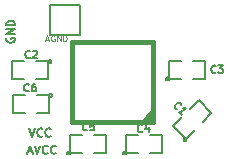
<source format=gto>
G04 (created by PCBNEW-RS274X (2011-nov-30)-testing) date Tue 24 Apr 2012 11:37:44 PM EDT*
G01*
G70*
G90*
%MOIN*%
G04 Gerber Fmt 3.4, Leading zero omitted, Abs format*
%FSLAX34Y34*%
G04 APERTURE LIST*
%ADD10C,0.006000*%
%ADD11C,0.015000*%
%ADD12C,0.005000*%
%ADD13C,0.006900*%
%ADD14C,0.003100*%
G04 APERTURE END LIST*
G54D10*
G54D11*
X60217Y-25463D02*
X59902Y-25857D01*
X59902Y-25857D02*
X60138Y-25699D01*
X60217Y-25857D02*
X60217Y-23179D01*
X60217Y-23179D02*
X57539Y-23179D01*
X57539Y-23179D02*
X57539Y-25857D01*
X57539Y-25857D02*
X60217Y-25857D01*
G54D12*
X56842Y-23824D02*
X56841Y-23833D01*
X56838Y-23843D01*
X56833Y-23851D01*
X56827Y-23859D01*
X56819Y-23865D01*
X56811Y-23870D01*
X56802Y-23872D01*
X56792Y-23873D01*
X56783Y-23873D01*
X56774Y-23870D01*
X56765Y-23865D01*
X56758Y-23859D01*
X56751Y-23852D01*
X56747Y-23843D01*
X56744Y-23834D01*
X56743Y-23824D01*
X56743Y-23815D01*
X56746Y-23806D01*
X56750Y-23797D01*
X56757Y-23790D01*
X56764Y-23783D01*
X56772Y-23779D01*
X56782Y-23776D01*
X56791Y-23775D01*
X56800Y-23775D01*
X56810Y-23778D01*
X56818Y-23782D01*
X56826Y-23788D01*
X56832Y-23796D01*
X56837Y-23804D01*
X56840Y-23813D01*
X56841Y-23823D01*
X56842Y-23824D01*
X56342Y-23824D02*
X56742Y-23824D01*
X56742Y-23824D02*
X56742Y-24424D01*
X56742Y-24424D02*
X56342Y-24424D01*
X55942Y-24424D02*
X55542Y-24424D01*
X55542Y-24424D02*
X55542Y-23824D01*
X55542Y-23824D02*
X55942Y-23824D01*
X60768Y-24404D02*
X60767Y-24413D01*
X60764Y-24423D01*
X60759Y-24431D01*
X60753Y-24439D01*
X60745Y-24445D01*
X60737Y-24450D01*
X60728Y-24452D01*
X60718Y-24453D01*
X60709Y-24453D01*
X60700Y-24450D01*
X60691Y-24445D01*
X60684Y-24439D01*
X60677Y-24432D01*
X60673Y-24423D01*
X60670Y-24414D01*
X60669Y-24404D01*
X60669Y-24395D01*
X60672Y-24386D01*
X60676Y-24377D01*
X60683Y-24370D01*
X60690Y-24363D01*
X60698Y-24359D01*
X60708Y-24356D01*
X60717Y-24355D01*
X60726Y-24355D01*
X60736Y-24358D01*
X60744Y-24362D01*
X60752Y-24368D01*
X60758Y-24376D01*
X60763Y-24384D01*
X60766Y-24393D01*
X60767Y-24403D01*
X60768Y-24404D01*
X61168Y-24404D02*
X60768Y-24404D01*
X60768Y-24404D02*
X60768Y-23804D01*
X60768Y-23804D02*
X61168Y-23804D01*
X61568Y-23804D02*
X61968Y-23804D01*
X61968Y-23804D02*
X61968Y-24404D01*
X61968Y-24404D02*
X61568Y-24404D01*
X59341Y-26875D02*
X59340Y-26884D01*
X59337Y-26894D01*
X59332Y-26902D01*
X59326Y-26910D01*
X59318Y-26916D01*
X59310Y-26921D01*
X59301Y-26923D01*
X59291Y-26924D01*
X59282Y-26924D01*
X59273Y-26921D01*
X59264Y-26916D01*
X59257Y-26910D01*
X59250Y-26903D01*
X59246Y-26894D01*
X59243Y-26885D01*
X59242Y-26875D01*
X59242Y-26866D01*
X59245Y-26857D01*
X59249Y-26848D01*
X59256Y-26841D01*
X59263Y-26834D01*
X59271Y-26830D01*
X59281Y-26827D01*
X59290Y-26826D01*
X59299Y-26826D01*
X59309Y-26829D01*
X59317Y-26833D01*
X59325Y-26839D01*
X59331Y-26847D01*
X59336Y-26855D01*
X59339Y-26864D01*
X59340Y-26874D01*
X59341Y-26875D01*
X59741Y-26875D02*
X59341Y-26875D01*
X59341Y-26875D02*
X59341Y-26275D01*
X59341Y-26275D02*
X59741Y-26275D01*
X60141Y-26275D02*
X60541Y-26275D01*
X60541Y-26275D02*
X60541Y-26875D01*
X60541Y-26875D02*
X60141Y-26875D01*
X57471Y-26875D02*
X57470Y-26884D01*
X57467Y-26894D01*
X57462Y-26902D01*
X57456Y-26910D01*
X57448Y-26916D01*
X57440Y-26921D01*
X57431Y-26923D01*
X57421Y-26924D01*
X57412Y-26924D01*
X57403Y-26921D01*
X57394Y-26916D01*
X57387Y-26910D01*
X57380Y-26903D01*
X57376Y-26894D01*
X57373Y-26885D01*
X57372Y-26875D01*
X57372Y-26866D01*
X57375Y-26857D01*
X57379Y-26848D01*
X57386Y-26841D01*
X57393Y-26834D01*
X57401Y-26830D01*
X57411Y-26827D01*
X57420Y-26826D01*
X57429Y-26826D01*
X57439Y-26829D01*
X57447Y-26833D01*
X57455Y-26839D01*
X57461Y-26847D01*
X57466Y-26855D01*
X57469Y-26864D01*
X57470Y-26874D01*
X57471Y-26875D01*
X57871Y-26875D02*
X57471Y-26875D01*
X57471Y-26875D02*
X57471Y-26275D01*
X57471Y-26275D02*
X57871Y-26275D01*
X58271Y-26275D02*
X58671Y-26275D01*
X58671Y-26275D02*
X58671Y-26875D01*
X58671Y-26875D02*
X58271Y-26875D01*
X56861Y-24946D02*
X56860Y-24955D01*
X56857Y-24965D01*
X56852Y-24973D01*
X56846Y-24981D01*
X56838Y-24987D01*
X56830Y-24992D01*
X56821Y-24994D01*
X56811Y-24995D01*
X56802Y-24995D01*
X56793Y-24992D01*
X56784Y-24987D01*
X56777Y-24981D01*
X56770Y-24974D01*
X56766Y-24965D01*
X56763Y-24956D01*
X56762Y-24946D01*
X56762Y-24937D01*
X56765Y-24928D01*
X56769Y-24919D01*
X56776Y-24912D01*
X56783Y-24905D01*
X56791Y-24901D01*
X56801Y-24898D01*
X56810Y-24897D01*
X56819Y-24897D01*
X56829Y-24900D01*
X56837Y-24904D01*
X56845Y-24910D01*
X56851Y-24918D01*
X56856Y-24926D01*
X56859Y-24935D01*
X56860Y-24945D01*
X56861Y-24946D01*
X56361Y-24946D02*
X56761Y-24946D01*
X56761Y-24946D02*
X56761Y-25546D01*
X56761Y-25546D02*
X56361Y-25546D01*
X55961Y-25546D02*
X55561Y-25546D01*
X55561Y-25546D02*
X55561Y-24946D01*
X55561Y-24946D02*
X55961Y-24946D01*
X61348Y-26430D02*
X61347Y-26439D01*
X61344Y-26449D01*
X61339Y-26457D01*
X61333Y-26465D01*
X61325Y-26471D01*
X61317Y-26476D01*
X61308Y-26478D01*
X61298Y-26479D01*
X61289Y-26479D01*
X61280Y-26476D01*
X61271Y-26471D01*
X61264Y-26465D01*
X61257Y-26458D01*
X61253Y-26449D01*
X61250Y-26440D01*
X61249Y-26430D01*
X61249Y-26421D01*
X61252Y-26412D01*
X61256Y-26403D01*
X61263Y-26396D01*
X61270Y-26389D01*
X61278Y-26385D01*
X61288Y-26382D01*
X61297Y-26381D01*
X61306Y-26381D01*
X61316Y-26384D01*
X61324Y-26388D01*
X61332Y-26394D01*
X61338Y-26402D01*
X61343Y-26410D01*
X61346Y-26419D01*
X61347Y-26429D01*
X61348Y-26430D01*
X61616Y-26112D02*
X61333Y-26394D01*
X61333Y-26394D02*
X60909Y-25970D01*
X60909Y-25970D02*
X61191Y-25687D01*
X61474Y-25404D02*
X61757Y-25122D01*
X61757Y-25122D02*
X62181Y-25546D01*
X62181Y-25546D02*
X61899Y-25829D01*
G54D10*
X57783Y-22941D02*
X56783Y-22941D01*
X56783Y-21941D02*
X57783Y-21941D01*
X56783Y-22941D02*
X56783Y-21941D01*
X57783Y-21941D02*
X57783Y-22941D01*
G54D13*
X56075Y-26824D02*
X56206Y-26824D01*
X56048Y-26903D02*
X56140Y-26627D01*
X56232Y-26903D01*
X56285Y-26627D02*
X56377Y-26903D01*
X56469Y-26627D01*
X56719Y-26876D02*
X56706Y-26890D01*
X56667Y-26903D01*
X56641Y-26903D01*
X56601Y-26890D01*
X56575Y-26863D01*
X56562Y-26837D01*
X56549Y-26784D01*
X56549Y-26745D01*
X56562Y-26692D01*
X56575Y-26666D01*
X56601Y-26640D01*
X56641Y-26627D01*
X56667Y-26627D01*
X56706Y-26640D01*
X56719Y-26653D01*
X56995Y-26876D02*
X56982Y-26890D01*
X56943Y-26903D01*
X56917Y-26903D01*
X56877Y-26890D01*
X56851Y-26863D01*
X56838Y-26837D01*
X56825Y-26784D01*
X56825Y-26745D01*
X56838Y-26692D01*
X56851Y-26666D01*
X56877Y-26640D01*
X56917Y-26627D01*
X56943Y-26627D01*
X56982Y-26640D01*
X56995Y-26653D01*
X56108Y-26057D02*
X56200Y-26333D01*
X56292Y-26057D01*
X56542Y-26306D02*
X56529Y-26320D01*
X56490Y-26333D01*
X56464Y-26333D01*
X56424Y-26320D01*
X56398Y-26293D01*
X56385Y-26267D01*
X56372Y-26214D01*
X56372Y-26175D01*
X56385Y-26122D01*
X56398Y-26096D01*
X56424Y-26070D01*
X56464Y-26057D01*
X56490Y-26057D01*
X56529Y-26070D01*
X56542Y-26083D01*
X56818Y-26306D02*
X56805Y-26320D01*
X56766Y-26333D01*
X56740Y-26333D01*
X56700Y-26320D01*
X56674Y-26293D01*
X56661Y-26267D01*
X56648Y-26214D01*
X56648Y-26175D01*
X56661Y-26122D01*
X56674Y-26096D01*
X56700Y-26070D01*
X56740Y-26057D01*
X56766Y-26057D01*
X56805Y-26070D01*
X56818Y-26083D01*
G54D14*
X56662Y-23094D02*
X56755Y-23094D01*
X56643Y-23150D02*
X56708Y-22953D01*
X56774Y-23150D01*
X56943Y-22963D02*
X56924Y-22953D01*
X56896Y-22953D01*
X56868Y-22963D01*
X56849Y-22981D01*
X56840Y-23000D01*
X56831Y-23038D01*
X56831Y-23066D01*
X56840Y-23103D01*
X56849Y-23122D01*
X56868Y-23141D01*
X56896Y-23150D01*
X56915Y-23150D01*
X56943Y-23141D01*
X56952Y-23131D01*
X56952Y-23066D01*
X56915Y-23066D01*
X57037Y-23150D02*
X57037Y-22953D01*
X57149Y-23150D01*
X57149Y-22953D01*
X57243Y-23150D02*
X57243Y-22953D01*
X57290Y-22953D01*
X57318Y-22963D01*
X57337Y-22981D01*
X57346Y-23000D01*
X57355Y-23038D01*
X57355Y-23066D01*
X57346Y-23103D01*
X57337Y-23122D01*
X57318Y-23141D01*
X57290Y-23150D01*
X57243Y-23150D01*
G54D13*
X55361Y-23045D02*
X55348Y-23071D01*
X55348Y-23110D01*
X55361Y-23150D01*
X55387Y-23176D01*
X55413Y-23189D01*
X55466Y-23202D01*
X55505Y-23202D01*
X55558Y-23189D01*
X55584Y-23176D01*
X55611Y-23150D01*
X55624Y-23110D01*
X55624Y-23084D01*
X55611Y-23045D01*
X55597Y-23032D01*
X55505Y-23032D01*
X55505Y-23084D01*
X55624Y-22913D02*
X55348Y-22913D01*
X55624Y-22756D01*
X55348Y-22756D01*
X55624Y-22624D02*
X55348Y-22624D01*
X55348Y-22559D01*
X55361Y-22519D01*
X55387Y-22493D01*
X55413Y-22480D01*
X55466Y-22467D01*
X55505Y-22467D01*
X55558Y-22480D01*
X55584Y-22493D01*
X55611Y-22519D01*
X55624Y-22559D01*
X55624Y-22624D01*
G54D12*
X56130Y-23689D02*
X56118Y-23701D01*
X56083Y-23713D01*
X56059Y-23713D01*
X56023Y-23701D01*
X55999Y-23677D01*
X55988Y-23654D01*
X55976Y-23606D01*
X55976Y-23570D01*
X55988Y-23523D01*
X55999Y-23499D01*
X56023Y-23475D01*
X56059Y-23463D01*
X56083Y-23463D01*
X56118Y-23475D01*
X56130Y-23487D01*
X56226Y-23487D02*
X56238Y-23475D01*
X56261Y-23463D01*
X56321Y-23463D01*
X56345Y-23475D01*
X56357Y-23487D01*
X56368Y-23511D01*
X56368Y-23535D01*
X56357Y-23570D01*
X56214Y-23713D01*
X56368Y-23713D01*
X62326Y-24181D02*
X62314Y-24193D01*
X62279Y-24205D01*
X62255Y-24205D01*
X62219Y-24193D01*
X62195Y-24169D01*
X62184Y-24146D01*
X62172Y-24098D01*
X62172Y-24062D01*
X62184Y-24015D01*
X62195Y-23991D01*
X62219Y-23967D01*
X62255Y-23955D01*
X62279Y-23955D01*
X62314Y-23967D01*
X62326Y-23979D01*
X62410Y-23955D02*
X62564Y-23955D01*
X62481Y-24050D01*
X62517Y-24050D01*
X62541Y-24062D01*
X62553Y-24074D01*
X62564Y-24098D01*
X62564Y-24158D01*
X62553Y-24181D01*
X62541Y-24193D01*
X62517Y-24205D01*
X62445Y-24205D01*
X62422Y-24193D01*
X62410Y-24181D01*
X59870Y-26150D02*
X59858Y-26162D01*
X59823Y-26174D01*
X59799Y-26174D01*
X59763Y-26162D01*
X59739Y-26138D01*
X59728Y-26115D01*
X59716Y-26067D01*
X59716Y-26031D01*
X59728Y-25984D01*
X59739Y-25960D01*
X59763Y-25936D01*
X59799Y-25924D01*
X59823Y-25924D01*
X59858Y-25936D01*
X59870Y-25948D01*
X60085Y-26008D02*
X60085Y-26174D01*
X60025Y-25912D02*
X59966Y-26091D01*
X60120Y-26091D01*
X58039Y-26101D02*
X58027Y-26113D01*
X57992Y-26125D01*
X57968Y-26125D01*
X57932Y-26113D01*
X57908Y-26089D01*
X57897Y-26066D01*
X57885Y-26018D01*
X57885Y-25982D01*
X57897Y-25935D01*
X57908Y-25911D01*
X57932Y-25887D01*
X57968Y-25875D01*
X57992Y-25875D01*
X58027Y-25887D01*
X58039Y-25899D01*
X58266Y-25875D02*
X58147Y-25875D01*
X58135Y-25994D01*
X58147Y-25982D01*
X58170Y-25970D01*
X58230Y-25970D01*
X58254Y-25982D01*
X58266Y-25994D01*
X58277Y-26018D01*
X58277Y-26078D01*
X58266Y-26101D01*
X58254Y-26113D01*
X58230Y-26125D01*
X58170Y-26125D01*
X58147Y-26113D01*
X58135Y-26101D01*
X56090Y-24801D02*
X56078Y-24813D01*
X56043Y-24825D01*
X56019Y-24825D01*
X55983Y-24813D01*
X55959Y-24789D01*
X55948Y-24766D01*
X55936Y-24718D01*
X55936Y-24682D01*
X55948Y-24635D01*
X55959Y-24611D01*
X55983Y-24587D01*
X56019Y-24575D01*
X56043Y-24575D01*
X56078Y-24587D01*
X56090Y-24599D01*
X56305Y-24575D02*
X56257Y-24575D01*
X56233Y-24587D01*
X56221Y-24599D01*
X56198Y-24635D01*
X56186Y-24682D01*
X56186Y-24778D01*
X56198Y-24801D01*
X56209Y-24813D01*
X56233Y-24825D01*
X56281Y-24825D01*
X56305Y-24813D01*
X56317Y-24801D01*
X56328Y-24778D01*
X56328Y-24718D01*
X56317Y-24694D01*
X56305Y-24682D01*
X56281Y-24670D01*
X56233Y-24670D01*
X56209Y-24682D01*
X56198Y-24694D01*
X56186Y-24718D01*
X61038Y-25419D02*
X61021Y-25419D01*
X60988Y-25402D01*
X60971Y-25386D01*
X60954Y-25352D01*
X60954Y-25318D01*
X60962Y-25294D01*
X60988Y-25251D01*
X61013Y-25226D01*
X61055Y-25201D01*
X61080Y-25192D01*
X61114Y-25192D01*
X61147Y-25209D01*
X61164Y-25226D01*
X61181Y-25259D01*
X61181Y-25276D01*
X61189Y-25604D02*
X61089Y-25504D01*
X61139Y-25554D02*
X61316Y-25377D01*
X61273Y-25386D01*
X61239Y-25386D01*
X61215Y-25378D01*
M02*

</source>
